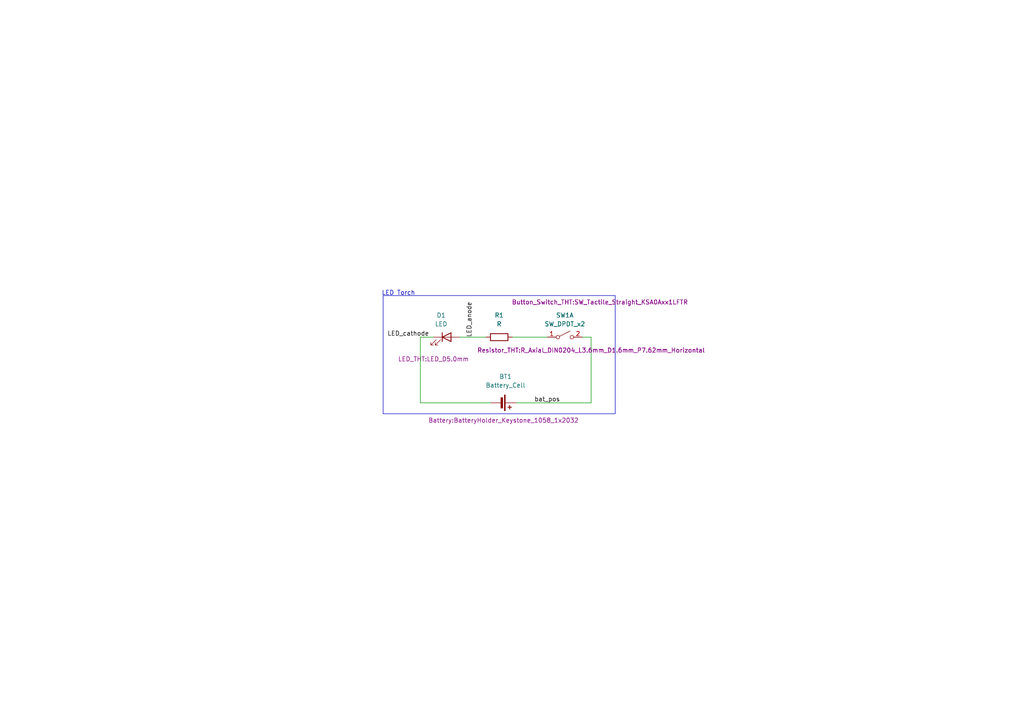
<source format=kicad_sch>
(kicad_sch (version 20250114) (generator "eeschema") (generator_version "9.0")
  (paper "A4")
  (title_block (title "Project 1 | LED Torch") (date "2025-07-18") (rev "1"))
  (lib_symbols
    (symbol "Device:Battery_Cell" (pin_numbers (hide yes)) (pin_names (offset 0) (hide yes))
      (property "Reference" "BT" (at 2.54 2.54 0))
      (property "Value" "Battery_Cell" (at 2.54 0 0))
      (symbol "Battery_Cell_0_1"
        (rectangle (start -2.286 1.778) (end 2.286 1.524) (fill (type outline)))
        (rectangle (start -1.524 1.016) (end 1.524 0.508) (fill (type outline)))
        (polyline (pts (xy 0 1.778) (xy 0 2.54)))
        (polyline (pts (xy 0 0.762) (xy 0 0)))
        (polyline (pts (xy 0.762 3.048) (xy 1.778 3.048)) (stroke (width 0.254)))
        (polyline (pts (xy 1.27 3.556) (xy 1.27 2.54)) (stroke (width 0.254)))
      )
      (symbol "Battery_Cell_1_1"
        (pin passive line (at 0 5.08 270) (length 2.54) (name "+") (number "1"))
        (pin passive line (at 0 -2.54 90) (length 2.54) (name "-") (number "2"))
      )
    )
    (symbol "Device:LED" (pin_numbers (hide yes)) (pin_names (offset 1.016) (hide yes))
      (property "Reference" "D" (at 0 2.54 0))
      (property "Value" "LED" (at 0 -2.54 0))
      (symbol "LED_0_1"
        (polyline (pts (xy -3.048 -0.762) (xy -4.572 -2.286) (xy -3.81 -2.286) (xy -4.572 -2.286) (xy -4.572 -1.524)))
        (polyline (pts (xy -1.778 -0.762) (xy -3.302 -2.286) (xy -2.54 -2.286) (xy -3.302 -2.286) (xy -3.302 -1.524)))
        (polyline (pts (xy -1.27 0) (xy 1.27 0)))
        (polyline (pts (xy -1.27 -1.27) (xy -1.27 1.27)) (stroke (width 0.254)))
        (polyline (pts (xy 1.27 -1.27) (xy 1.27 1.27) (xy -1.27 0) (xy 1.27 -1.27)) (stroke (width 0.254)))
      )
      (symbol "LED_1_1"
        (pin passive line (at -3.81 0 0) (length 2.54) (name "K") (number "1"))
        (pin passive line (at 3.81 0 180) (length 2.54) (name "A") (number "2"))
      )
    )
    (symbol "Device:R" (pin_numbers (hide yes)) (pin_names (offset 0))
      (property "Reference" "R" (at 2.032 0 90))
      (property "Value" "R" (at 0 0 90))
      (symbol "R_0_1"
        (rectangle (start -1.016 -2.54) (end 1.016 2.54) (stroke (width 0.254)))
      )
      (symbol "R_1_1"
        (pin passive line (at 0 3.81 270) (length 1.27) (name "~") (number "1"))
        (pin passive line (at 0 -3.81 90) (length 1.27) (name "~") (number "2"))
      )
    )
    (symbol "Switch:SW_DPST_x2" (pin_names (offset 0) (hide yes))
      (property "Reference" "SW" (at 0 3.175 0))
      (property "Value" "SW_DPST_x2" (at 0 -2.54 0))
      (symbol "SW_DPST_x2_0_0"
        (circle (center -2.032 0) (radius 0.508))
        (polyline (pts (xy -1.524 0.254) (xy 1.524 1.778)))
        (circle (center 2.032 0) (radius 0.508))
      )
      (symbol "SW_DPST_x2_1_1"
        (pin passive line (at -5.08 0 0) (length 2.54) (name "A") (number "1"))
        (pin passive line (at 5.08 0 180) (length 2.54) (name "B") (number "2"))
      )
      (symbol "SW_DPST_x2_2_1"
        (pin passive line (at -5.08 0 0) (length 2.54) (name "A") (number "3"))
        (pin passive line (at 5.08 0 180) (length 2.54) (name "B") (number "4"))
      )
    )
  )
  (rectangle (start 111.125 85.725) (end 178.435 120.015))
  (text "LED Torch" (at 115.57 85.09 0) (effects (font (size 1.27 1.27))))
  (wire (pts (xy 121.92 97.79) (xy 121.92 116.84)))
  (wire (pts (xy 171.45 97.79) (xy 171.45 116.84)))
  (wire (pts (xy 121.92 116.84) (xy 142.24 116.84)))
  (wire (pts (xy 133.35 97.79) (xy 140.97 97.79)))
  (wire (pts (xy 149.86 116.84) (xy 171.45 116.84)))
  (wire (pts (xy 168.91 97.79) (xy 171.45 97.79)))
  (wire (pts (xy 148.59 97.79) (xy 158.75 97.79)))
  (wire (pts (xy 121.92 97.79) (xy 125.73 97.79)))
  (label "LED_cathode" (at 124.46 97.79 180))
  (label "LED_anode" (at 137.16 97.79 90))
  (label "bat_pos" (at 154.94 116.84 0))
  (symbol (lib_id "Switch:SW_DPST_x2") (at 163.83 97.79 0) (unit 1)
    (property "Reference" "SW1" (at 163.83 91.44 0))
    (property "Value" "SW_DPDT_x2" (at 163.83 93.98 0))
    (property "Footprint" "Button_Switch_THT:SW_Tactile_Straight_KSA0Axx1LFTR" (at 173.99 87.63 0))
    (property "Description" "Single Pole Single Throw (SPST) switch, separate symbol" (effects (hide yes)))
  )
  (symbol (lib_id "Device:LED") (at 129.54 97.79 0) (unit 1)
    (property "Reference" "D1" (at 127.9525 91.44 0))
    (property "Value" "LED" (at 127.9525 93.98 0))
    (property "Footprint" "LED_THT:LED_D5.0mm" (at 125.73 104.14 0))
    (property "Description" "Light emitting diode" (effects (hide yes)))
    (property "Sim.Pins" "1=K 2=A" (effects (hide yes)))
  )
  (symbol (lib_id "Device:R") (at 144.78 97.79 90) (unit 1)
    (property "Reference" "R1" (at 144.78 91.44 90))
    (property "Value" "R" (at 144.78 93.98 90))
    (property "Footprint" "Resistor_THT:R_Axial_DIN0204_L3.6mm_D1.6mm_P7.62mm_Horizontal" (at 171.45 101.6 90))
    (property "Description" "Resistor" (effects (hide yes)))
  )
  (symbol (lib_id "Device:Battery_Cell") (at 144.78 116.84 270) (unit 1)
    (property "Reference" "BT1" (at 146.6215 109.22 90))
    (property "Value" "Battery_Cell" (at 146.6215 111.76 90))
    (property "Footprint" "Battery:BatteryHolder_Keystone_1058_1x2032" (at 146.05 121.92 90))
    (property "Description" "Single-cell battery" (effects (hide yes)))
  )
)
</source>
